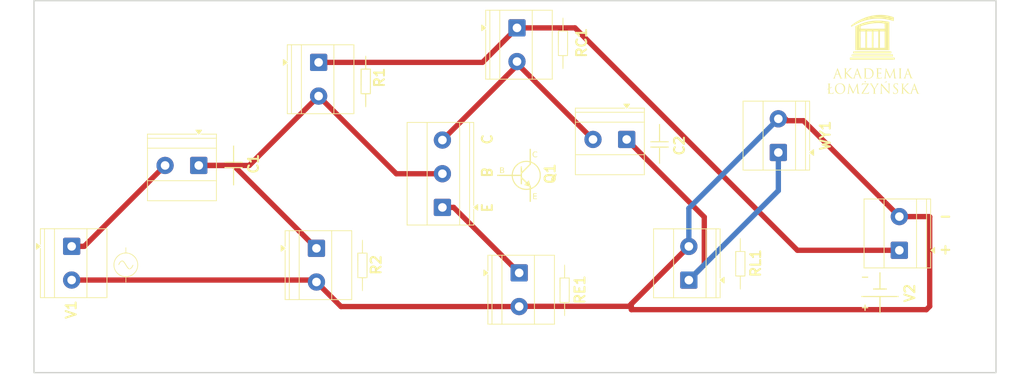
<source format=kicad_pcb>
(kicad_pcb (version 20241229) (generator "pcbnew") (generator_version "9.0")
  (layers (0 "F.Cu" signal) (2 "B.Cu" signal) (13 "F.Paste" user) (15 "B.Paste" user) (5 "F.SilkS" user "F.Silkscreen") (7 "B.SilkS" user "B.Silkscreen") (1 "F.Mask" user) (3 "B.Mask" user) (25 "Edge.Cuts" user))
  (net 0 "")
  (net 1 "Net-(V1-+)")
  (net 2 "Net-(Q1-B)")
  (net 3 "Net-(Q1-C)")
  (net 4 "Net-(Q1-E)")
  (net 5 "Net-(V2-+)")
  (net 6 "AC")
  (net 7 "Net-(C2-Pad1)")
  (footprint "MountingHole:MountingHole_4.3mm_M4" (layer "F.Cu") (at 237.25 157.5)
    (property "Reference" "REF**" (hide yes))
    (property "Value" "MountingHole_4.3mm_M4")
    (pad "" np_thru_hole circle (at 0 0) (size 4.3 4.3) (drill 4.3) (layers "*.Cu" "*.Mask"))
  )
  (footprint "TerminalBlock_Phoenix:TerminalBlock_Phoenix_MKDS-1,5-2-5.08_1x02_P5.08mm_Horizontal" (layer "F.Cu") (at 196.1725 148.795 90)
    (property "Reference" "RL1" (at 2.545 10.0775 90) (layer "F.SilkS") (effects (font (size 1.5 1.5) (thickness 0.3) (bold yes))))
    (property "Value" "100k")
    (pad "1" thru_hole roundrect (at 0 0 90) (size 2.6 2.6) (drill 1.3) (layers "*.Cu" "*.Mask") (roundrect_rratio 0.096154) (net 7 "Net-(C2-Pad1)"))
    (pad "2" thru_hole circle (at 5.08 0 90) (size 2.6 2.6) (drill 1.3) (layers "*.Cu" "*.Mask") (net 6 "AC"))
  )
  (footprint "kicad moje pliki:bateria_symbol" (layer "F.Cu") (at 225 150.75 180)
    (property "Reference" "G***" (hide yes))
    (property "Value" "LOGO" (hide yes))
  )
  (footprint "kicad moje pliki:kondensator_bipolarny_symbol" (layer "F.Cu") (at 191.75 128.25 -90)
    (property "Reference" "G***" (hide yes))
    (property "Value" "LOGO" (hide yes))
  )
  (footprint "MountingHole:MountingHole_4.3mm_M4" (layer "F.Cu") (at 101.75 157.25)
    (property "Reference" "REF**" (hide yes))
    (property "Value" "MountingHole_4.3mm_M4")
    (pad "" np_thru_hole circle (at 0 0) (size 4.3 4.3) (drill 4.3) (layers "*.Cu" "*.Mask"))
  )
  (footprint "TerminalBlock_Phoenix:TerminalBlock_Phoenix_MKDS-1,5-2-5.08_1x02_P5.08mm_Horizontal" (layer "F.Cu") (at 140 144 -90)
    (property "Reference" "R2" (at 2.5 -9 90) (layer "F.SilkS") (effects (font (size 1.5 1.5) (thickness 0.3) (bold yes))))
    (property "Value" "10k")
    (pad "1" thru_hole roundrect (at 0 0 270) (size 2.6 2.6) (drill 1.3) (layers "*.Cu" "*.Mask") (roundrect_rratio 0.096154) (net 2 "Net-(Q1-B)"))
    (pad "2" thru_hole circle (at 5.08 0 270) (size 2.6 2.6) (drill 1.3) (layers "*.Cu" "*.Mask") (net 6 "AC"))
  )
  (footprint "TerminalBlock_Phoenix:TerminalBlock_Phoenix_MKDS-1,5-3-5.08_1x03_P5.08mm_Horizontal" (layer "F.Cu") (at 159 137.83 90)
    (property "Reference" "Q1" (at 5.085 16.25 90) (layer "F.SilkS") (effects (font (size 1.5 1.5) (thickness 0.3) (bold yes))))
    (property "Value" "2N2222")
    (pad "1" thru_hole roundrect (at 0 0 90) (size 2.6 2.6) (drill 1.3) (layers "*.Cu" "*.Mask") (roundrect_rratio 0.096154) (net 4 "Net-(Q1-E)"))
    (pad "2" thru_hole circle (at 5.08 0 90) (size 2.6 2.6) (drill 1.3) (layers "*.Cu" "*.Mask") (net 2 "Net-(Q1-B)"))
    (pad "3" thru_hole circle (at 10.16 0 90) (size 2.6 2.6) (drill 1.3) (layers "*.Cu" "*.Mask") (net 3 "Net-(Q1-C)"))
  )
  (footprint "TerminalBlock_Phoenix:TerminalBlock_Phoenix_MKDS-1,5-2-5.08_1x02_P5.08mm_Horizontal" (layer "F.Cu") (at 209.6725 129.545 90)
    (property "Reference" "WY1" (at 2.545 7.0775 90) (layer "F.SilkS") (effects (font (size 1.5 1.5) (thickness 0.3) (bold yes))))
    (property "Value" "~")
    (pad "1" thru_hole roundrect (at 0 0 90) (size 2.6 2.6) (drill 1.3) (layers "*.Cu" "*.Mask") (roundrect_rratio 0.096154) (net 7 "Net-(C2-Pad1)"))
    (pad "2" thru_hole circle (at 5.08 0 90) (size 2.6 2.6) (drill 1.3) (layers "*.Cu" "*.Mask") (net 6 "AC"))
  )
  (footprint "MountingHole:MountingHole_4.3mm_M4" (layer "F.Cu") (at 102.75 112)
    (property "Reference" "REF**" (hide yes))
    (property "Value" "MountingHole_4.3mm_M4")
    (pad "" np_thru_hole circle (at 0 0) (size 4.3 4.3) (drill 4.3) (layers "*.Cu" "*.Mask"))
  )
  (footprint "kicad moje pliki:rezystor_symbol" (layer "F.Cu") (at 147.5 118.75 90)
    (property "Reference" "G***" (hide yes))
    (property "Value" "LOGO" (hide yes))
  )
  (footprint "kicad moje pliki:rezystor_symbol" (layer "F.Cu") (at 177.5 150.25 90)
    (property "Reference" "G***" (hide yes))
    (property "Value" "LOGO" (hide yes))
  )
  (footprint "kicad moje pliki:rezystor_symbol" (layer "F.Cu") (at 147 146.5 90)
    (property "Reference" "G***" (hide yes))
    (property "Value" "LOGO" (hide yes))
  )
  (footprint "MountingHole:MountingHole_4.3mm_M4" (layer "F.Cu") (at 237.25 112)
    (property "Reference" "REF**" (hide yes))
    (property "Value" "MountingHole_4.3mm_M4")
    (pad "" np_thru_hole circle (at 0 0) (size 4.3 4.3) (drill 4.3) (layers "*.Cu" "*.Mask"))
  )
  (footprint "kicad moje pliki:rezystor_symbol" (layer "F.Cu") (at 204 146.25 90)
    (property "Reference" "G***" (hide yes))
    (property "Value" "LOGO" (hide yes))
  )
  (footprint "TerminalBlock_Phoenix:TerminalBlock_Phoenix_MKDS-1,5-2-5.08_1x02_P5.08mm_Horizontal" (layer "F.Cu") (at 103.0775 143.705 -90)
    (property "Reference" "V1" (at 9.545 0.0775 90) (layer "F.SilkS") (effects (font (size 1.5 1.5) (thickness 0.3) (bold yes))))
    (property "Value" "~")
    (pad "1" thru_hole roundrect (at 0 0 270) (size 2.6 2.6) (drill 1.3) (layers "*.Cu" "*.Mask") (roundrect_rratio 0.096154) (net 1 "Net-(V1-+)"))
    (pad "2" thru_hole circle (at 5.08 0 270) (size 2.6 2.6) (drill 1.3) (layers "*.Cu" "*.Mask") (net 6 "AC"))
  )
  (footprint "TerminalBlock_Phoenix:TerminalBlock_Phoenix_MKDS-1,5-2-5.08_1x02_P5.08mm_Horizontal" (layer "F.Cu") (at 170.25 110.75 -90)
    (property "Reference" "RC1" (at 2.25 -9.75 90) (layer "F.SilkS") (effects (font (size 1.5 1.5) (thickness 0.3) (bold yes))))
    (property "Value" "4k")
    (pad "1" thru_hole roundrect (at 0 0 270) (size 2.6 2.6) (drill 1.3) (layers "*.Cu" "*.Mask") (roundrect_rratio 0.096154) (net 5 "Net-(V2-+)"))
    (pad "2" thru_hole circle (at 5.08 0 270) (size 2.6 2.6) (drill 1.3) (layers "*.Cu" "*.Mask") (net 3 "Net-(Q1-C)"))
  )
  (footprint "TerminalBlock_Phoenix:TerminalBlock_Phoenix_MKDS-1,5-2-5.08_1x02_P5.08mm_Horizontal" (layer "F.Cu") (at 227.9225 144.295 90)
    (property "Reference" "V2" (at -6.455 1.5775 90) (layer "F.SilkS") (effects (font (size 1.5 1.5) (thickness 0.3) (bold yes))))
    (property "Value" "~")
    (pad "1" thru_hole roundrect (at 0 0 90) (size 2.6 2.6) (drill 1.3) (layers "*.Cu" "*.Mask") (roundrect_rratio 0.096154) (net 5 "Net-(V2-+)"))
    (pad "2" thru_hole circle (at 5.08 0 90) (size 2.6 2.6) (drill 1.3) (layers "*.Cu" "*.Mask") (net 6 "AC"))
  )
  (footprint "TerminalBlock_Phoenix:TerminalBlock_Phoenix_MKDS-1,5-2-5.08_1x02_P5.08mm_Horizontal" (layer "F.Cu") (at 122.25 131.5 180)
    (property "Reference" "C1" (at -8.25 0.25 90) (layer "F.SilkS") (effects (font (size 1.5 1.5) (thickness 0.3) (bold yes))))
    (property "Value" "1uF")
    (pad "1" thru_hole roundrect (at 0 0 180) (size 2.6 2.6) (drill 1.3) (layers "*.Cu" "*.Mask") (roundrect_rratio 0.096154) (net 2 "Net-(Q1-B)"))
    (pad "2" thru_hole circle (at 5.08 0 180) (size 2.6 2.6) (drill 1.3) (layers "*.Cu" "*.Mask") (net 1 "Net-(V1-+)"))
  )
  (footprint "TerminalBlock_Phoenix:TerminalBlock_Phoenix_MKDS-1,5-2-5.08_1x02_P5.08mm_Horizontal" (layer "F.Cu") (at 186.795 127.5775 180)
    (property "Reference" "C2" (at -7.955 -0.9225 90) (layer "F.SilkS") (effects (font (size 1.5 1.5) (thickness 0.3) (bold yes))))
    (property "Value" "1uF")
    (pad "1" thru_hole roundrect (at 0 0 180) (size 2.6 2.6) (drill 1.3) (layers "*.Cu" "*.Mask") (roundrect_rratio 0.096154) (net 7 "Net-(C2-Pad1)"))
    (pad "2" thru_hole circle (at 5.08 0 180) (size 2.6 2.6) (drill 1.3) (layers "*.Cu" "*.Mask") (net 3 "Net-(Q1-C)"))
  )
  (footprint "kicad moje pliki:kondensator_bipolarny_symbol" (layer "F.Cu") (at 127.5 131.5 90)
    (property "Reference" "G***" (hide yes))
    (property "Value" "LOGO" (hide yes))
  )
  (footprint "kicad moje pliki:rezystor_symbol" (layer "F.Cu") (at 147.5 118.75 90)
    (property "Reference" "G***" (hide yes))
    (property "Value" "LOGO" (hide yes))
  )
  (footprint "TerminalBlock_Phoenix:TerminalBlock_Phoenix_MKDS-1,5-2-5.08_1x02_P5.08mm_Horizontal" (layer "F.Cu") (at 140.3275 115.955 -90)
    (property "Reference" "R1" (at 2.295 -9.1725 90) (layer "F.SilkS") (effects (font (size 1.5 1.5) (thickness 0.3) (bold yes))))
    (property "Value" "50k")
    (pad "1" thru_hole roundrect (at 0 0 270) (size 2.6 2.6) (drill 1.3) (layers "*.Cu" "*.Mask") (roundrect_rratio 0.096154) (net 5 "Net-(V2-+)"))
    (pad "2" thru_hole circle (at 5.08 0 270) (size 2.6 2.6) (drill 1.3) (layers "*.Cu" "*.Mask") (net 2 "Net-(Q1-B)"))
  )
  (footprint "TerminalBlock_Phoenix:TerminalBlock_Phoenix_MKDS-1,5-2-5.08_1x02_P5.08mm_Horizontal" (layer "F.Cu") (at 170.5775 147.705 -90)
    (property "Reference" "RE1" (at 2.545 -9.1725 90) (layer "F.SilkS") (effects (font (size 1.5 1.5) (thickness 0.3) (bold yes))))
    (property "Value" "1k")
    (pad "1" thru_hole roundrect (at 0 0 270) (size 2.6 2.6) (drill 1.3) (layers "*.Cu" "*.Mask") (roundrect_rratio 0.096154) (net 4 "Net-(Q1-E)"))
    (pad "2" thru_hole circle (at 5.08 0 270) (size 2.6 2.6) (drill 1.3) (layers "*.Cu" "*.Mask") (net 6 "AC"))
  )
  (footprint "kicad moje pliki:LOGO_AL" (layer "F.Cu") (at 223.999213 115.495923)
    (property "Reference" "G***" (hide yes))
    (property "Value" "LOGO" (hide yes))
  )
  (footprint "kicad moje pliki:tranzystor_symbol" (layer "F.Cu") (at 171.25 132.995)
    (property "Reference" "G***" (hide yes))
    (property "Value" "LOGO" (hide yes))
  )
  (footprint "kicad moje pliki:rezystor_symbol" (layer "F.Cu") (at 177.25 113 90)
    (property "Reference" "G***" (hide yes))
    (property "Value" "LOGO" (hide yes))
  )
  (footprint "kicad moje pliki:Prad_Przemienny_Symbol" (layer "F.Cu") (at 111.25 146.5 180)
    (property "Reference" "G***" (hide yes))
    (property "Value" "LOGO" (hide yes))
  )
  (gr_rect (start 97.393753 106.643754) (end 242.5 162.75) (stroke (width 0.2)) (fill no) (layer "Edge.Cuts"))
  (gr_text "E" (at 164.75 138.75 270) (layer "F.SilkS") (effects (font (size 1.5 1.5) (thickness 0.3) (bold yes)) (justify left bottom mirror)))
  (gr_text "C" (at 164.75 128.5 270) (layer "F.SilkS") (effects (font (size 1.5 1.5) (thickness 0.3) (bold yes)) (justify left bottom mirror)))
  (gr_text "-" (at 233.75 140 0) (layer "F.SilkS") (effects (font (size 1.5 1.5) (thickness 0.3) (bold yes)) (justify left bottom)))
  (gr_text "B" (at 164.75 133.5 270) (layer "F.SilkS") (effects (font (size 1.5 1.5) (thickness 0.3) (bold yes)) (justify left bottom mirror)))
  (gr_text "+" (at 233.75 145 0) (layer "F.SilkS") (effects (font (size 1.5 1.5) (thickness 0.3) (bold yes)) (justify left bottom)))
  (segment (start 117.17 131.5) (end 104.965 143.705) (width 0.8) (layer "F.Cu") (net 1))
  (segment (start 104.965 143.705) (end 103.0775 143.705) (width 0.8) (layer "F.Cu") (net 1))
  (segment (start 140.3275 121.035) (end 129.8625 131.5) (width 0.8) (layer "F.Cu") (net 2))
  (segment (start 129.8625 131.5) (end 122.25 131.5) (width 0.8) (layer "F.Cu") (net 2))
  (segment (start 127.5 131.5) (end 140 144) (width 0.8) (layer "F.Cu") (net 2))
  (segment (start 122.25 131.5) (end 127.5 131.5) (width 0.8) (layer "F.Cu") (net 2))
  (segment (start 152.0425 132.75) (end 159 132.75) (width 0.8) (layer "F.Cu") (net 2))
  (segment (start 140.3275 121.035) (end 152.0425 132.75) (width 0.8) (layer "F.Cu") (net 2))
  (segment (start 170.25 116.1125) (end 170.25 115.83) (width 0.8) (layer "F.Cu") (net 3))
  (segment (start 170.25 116.42) (end 170.25 115.83) (width 0.8) (layer "F.Cu") (net 3))
  (segment (start 181.715 127.5775) (end 170.25 116.1125) (width 0.8) (layer "F.Cu") (net 3))
  (segment (start 159 127.67) (end 170.25 116.42) (width 0.8) (layer "F.Cu") (net 3))
  (segment (start 159 137.83) (end 160.7025 137.83) (width 0.8) (layer "F.Cu") (net 4))
  (segment (start 160.7025 137.83) (end 170.5775 147.705) (width 0.8) (layer "F.Cu") (net 4))
  (segment (start 165.045 115.955) (end 170.25 110.75) (width 0.8) (layer "F.Cu") (net 5))
  (segment (start 170.25 110.75) (end 179 110.75) (width 0.8) (layer "F.Cu") (net 5))
  (segment (start 140.3275 115.955) (end 165.045 115.955) (width 0.8) (layer "F.Cu") (net 5))
  (segment (start 179 110.75) (end 212.545 144.295) (width 0.8) (layer "F.Cu") (net 5))
  (segment (start 212.545 144.295) (end 227.9225 144.295) (width 0.8) (layer "F.Cu") (net 5))
  (segment (start 139.705 148.785) (end 140 149.08) (width 0.8) (layer "F.Cu") (net 6))
  (segment (start 103.0775 148.785) (end 139.705 148.785) (width 0.8) (layer "F.Cu") (net 6))
  (segment (start 211 124.75) (end 213.4575 124.75) (width 0.8) (layer "F.Cu") (net 6))
  (segment (start 196.1725 143.715) (end 187.5 152.3875) (width 0.8) (layer "F.Cu") (net 6))
  (segment (start 170.75 152.75) (end 187.1375 152.75) (width 0.8) (layer "F.Cu") (net 6))
  (segment (start 210.715 124.465) (end 211 124.75) (width 0.8) (layer "F.Cu") (net 6))
  (segment (start 187.5 152.3875) (end 187.5 153.25) (width 0.8) (layer "F.Cu") (net 6))
  (segment (start 232.465 139.215) (end 227.9225 139.215) (width 0.8) (layer "F.Cu") (net 6))
  (segment (start 196.1725 143.715) (end 187.1375 152.75) (width 0.8) (layer "F.Cu") (net 6))
  (segment (start 170.5775 152.785) (end 170.715 152.785) (width 0.8) (layer "F.Cu") (net 6))
  (segment (start 232.5 152.75) (end 232.5 139.25) (width 0.8) (layer "F.Cu") (net 6))
  (segment (start 232.5 139.25) (end 232.465 139.215) (width 0.8) (layer "F.Cu") (net 6))
  (segment (start 143.705 152.785) (end 170.5775 152.785) (width 0.8) (layer "F.Cu") (net 6))
  (segment (start 209.6725 124.465) (end 210.715 124.465) (width 0.8) (layer "F.Cu") (net 6))
  (segment (start 140 149.08) (end 143.705 152.785) (width 0.8) (layer "F.Cu") (net 6))
  (segment (start 213.4575 124.75) (end 227.9225 139.215) (width 0.8) (layer "F.Cu") (net 6))
  (segment (start 187.5 153.25) (end 232 153.25) (width 0.8) (layer "F.Cu") (net 6))
  (segment (start 170.715 152.785) (end 170.75 152.75) (width 0.8) (layer "F.Cu") (net 6))
  (segment (start 232 153.25) (end 232.5 152.75) (width 0.8) (layer "F.Cu") (net 6))
  (segment (start 196.1725 137.965) (end 209.6725 124.465) (width 0.8) (layer "B.Cu") (net 6))
  (segment (start 196.1725 143.715) (end 196.1725 137.965) (width 0.8) (layer "B.Cu") (net 6))
  (segment (start 186.795 127.5775) (end 198.5 139.2825) (width 0.8) (layer "F.Cu") (net 7))
  (segment (start 198.5 139.2825) (end 198.5 146.4675) (width 0.8) (layer "F.Cu") (net 7))
  (segment (start 198.5 146.4675) (end 196.1725 148.795) (width 0.8) (layer "F.Cu") (net 7))
  (segment (start 197.7735 147.194) (end 196.1725 148.795) (width 0.8) (layer "B.Cu") (net 7))
  (segment (start 209.6725 135.295) (end 196.1725 148.795) (width 0.8) (layer "B.Cu") (net 7))
  (segment (start 209.6725 129.545) (end 209.6725 135.295) (width 0.8) (layer "B.Cu") (net 7))
)
</source>
